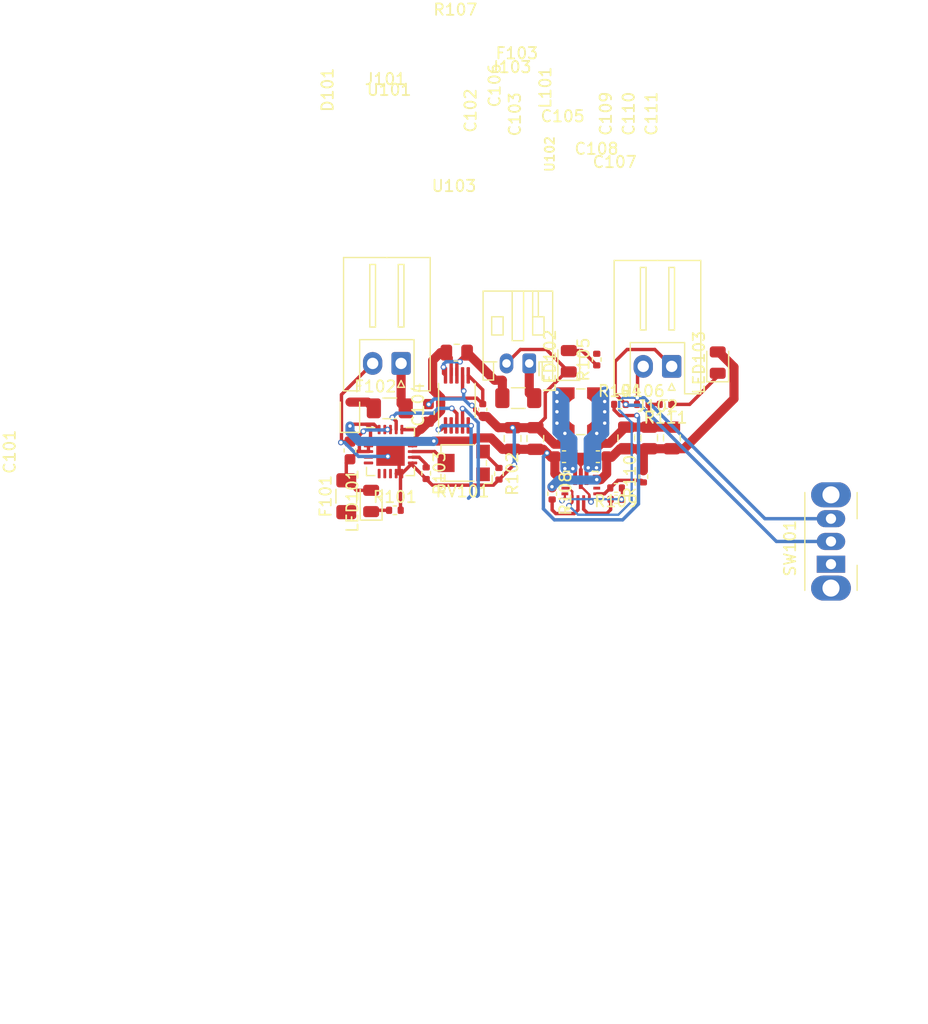
<source format=kicad_pcb>
(kicad_pcb (version 20240108) (generator "pcbnew") (generator_version "8.0")
  (layers (0 "F.Cu" signal) (31 "B.Cu" signal) (34 "B.Paste" user) (35 "F.Paste" user) (36 "B.SilkS" user "B.Silkscreen") (37 "F.SilkS" user "F.Silkscreen") (38 "B.Mask" user) (39 "F.Mask" user) (44 "Edge.Cuts" user))
  (net 0 "")
  (net 1 "GND")
  (net 2 "Net-(LED101-A)")
  (net 3 "Net-(D101-K)")
  (net 4 "Net-(U101-V_{BAT_SENSE})")
  (net 5 "Net-(U102-VAUX)")
  (net 6 "Net-(D101-A)")
  (net 7 "Net-(J101-Pin_1)")
  (net 8 "Net-(U103-Vbus)")
  (net 9 "Net-(J103-Pin_1)")
  (net 10 "Net-(J102-Pin_1)")
  (net 11 "VDD")
  (net 12 "Net-(J102-Pin_2)")
  (net 13 "/PG")
  (net 14 "Net-(U102-L1)")
  (net 15 "/CHARGE_IND")
  (net 16 "Net-(U102-L2)")
  (net 17 "Net-(LED101-K)")
  (net 18 "Net-(LED102-A)")
  (net 19 "Net-(LED103-K)")
  (net 20 "/STAT2")
  (net 21 "/STAT1")
  (net 22 "Net-(R102-Pad1)")
  (net 23 "/I2C_SCL")
  (net 24 "/I2C_SDA")
  (net 25 "Net-(U101-PROG3)")
  (net 26 "Net-(U102-PG)")
  (net 27 "/VUSB")
  (net 28 "Net-(U102-FB)")
  (net 30 "Net-(U101-PROG1)")
  (net 34 "Net-(U101-CE)")
  (footprint "Resistor_SMD:R_0402_1005Metric" (layer "F.Cu") (at 156 71.51 90)
    (property "Reference" "R105")
    (property "Value" "1k")
  )
  (footprint "Capacitor_SMD:C_0805_2012Metric" (layer "F.Cu") (at 162.61 78.4 90)
    (property "Reference" "C111")
    (property "Value" "10uF")
  )
  (footprint "Fuse:Fuse_1206_3216Metric" (layer "F.Cu") (at 149.1 74.9)
    (property "Reference" "F103")
    (property "Value" "Polyfuse")
  )
  (footprint "Capacitor_SMD:C_0603_1608Metric" (layer "F.Cu") (at 156.1 80.05 180)
    (property "Reference" "C108")
    (property "Value" "10uF")
  )
  (footprint "LED_SMD:LED_0805_2012Metric" (layer "F.Cu") (at 136.16 83.94 90)
    (property "Reference" "LED101")
    (property "Value" "USB Power")
  )
  (footprint "Capacitor_SMD:C_0805_2012Metric" (layer "F.Cu") (at 160.61 78.4 90)
    (property "Reference" "C110")
    (property "Value" "10uF")
  )
  (footprint "Capacitor_SMD:C_0603_1608Metric" (layer "F.Cu") (at 153.125 80.05)
    (property "Reference" "C105")
    (property "Value" "10uF")
  )
  (footprint "Resistor_SMD:R_0402_1005Metric" (layer "F.Cu") (at 138.25 84.76)
    (property "Reference" "R101")
    (property "Value" "1k")
  )
  (footprint "Resistor_SMD:R_0402_1005Metric" (layer "F.Cu") (at 147.4 81.55 -90)
    (property "Reference" "R102")
    (property "Value" "1k")
  )
  (footprint "Resistor_SMD:R_0402_1005Metric" (layer "F.Cu") (at 141 81.5 -90)
    (property "Reference" "R103")
    (property "Value" "100k")
  )
  (footprint "Diode_SMD:D_SOD-323" (layer "F.Cu") (at 134.3 76.3 90)
    (property "Reference" "D101")
    (property "Value" "D_Schottky")
  )
  (footprint "Connector_JST:JST_XH_S2B-XH-A_1x02_P2.50mm_Horizontal" (layer "F.Cu") (at 162.59 72.11 180)
    (property "Reference" "J102")
    (property "Value" "Ext Switch")
  )
  (footprint "Inductor_SMD:L_Wuerth_WE-TPC-3816" (layer "F.Cu") (at 154.6 76.1 90)
    (property "Reference" "L101")
    (property "Value" "L")
  )
  (footprint "Resistor_SMD:R_0402_1005Metric" (layer "F.Cu") (at 160.05 75.45)
    (property "Reference" "R106")
    (property "Value" "100k")
  )
  (footprint "Resistor_SMD:R_0402_1005Metric" (layer "F.Cu") (at 160.1 81.8 90)
    (property "Reference" "R110")
    (property "Value" "47k")
  )
  (footprint "Capacitor_SMD:C_0402_1005Metric" (layer "F.Cu") (at 145.975 75.905 -90)
    (property "Reference" "C106")
    (property "Value" "100nF")
  )
  (footprint "Capacitor_SMD:C_0805_2012Metric" (layer "F.Cu") (at 148.6 78.45 90)
    (property "Reference" "C102")
    (property "Value" "10uF")
  )
  (footprint "LED_SMD:LED_0805_2012Metric" (layer "F.Cu") (at 153.54 71.6575 90)
    (property "Reference" "LED102")
    (property "Value" "CHARGE")
  )
  (footprint "Capacitor_SMD:C_0805_2012Metric" (layer "F.Cu") (at 158.6 78.4 90)
    (property "Reference" "C109")
    (property "Value" "10uF")
  )
  (footprint "Resistor_SMD:R_0402_1005Metric" (layer "F.Cu") (at 162.05 75.45 180)
    (property "Reference" "R111")
    (property "Value" "1k")
  )
  (footprint "Package_DFN_QFN:QFN-20-1EP_4x4mm_P0.5mm_EP2.5x2.5mm" (layer "F.Cu") (at 137.8625 79.6)
    (property "Reference" "U101")
    (property "Value" "MCP73871-1CC")
  )
  (footprint "Capacitor_SMD:C_0805_2012Metric" (layer "F.Cu") (at 150.6 78.45 90)
    (property "Reference" "C103")
    (property "Value" "10uF")
  )
  (footprint "LED_SMD:LED_0805_2012Metric" (layer "F.Cu") (at 166.64 71.7775 90)
    (property "Reference" "LED103")
    (property "Value" "VDD")
  )
  (footprint "Connector_JST:JST_XH_S2B-XH-A_1x02_P2.50mm_Horizontal" (layer "F.Cu") (at 138.795 71.85 180)
    (property "Reference" "J101")
    (property "Value" "Battery")
  )
  (footprint "WOBCLibrary:VREG_TPS63070RNMR" (layer "F.Cu") (at 154.6 82.5875 90)
    (property "Reference" "U102")
    (property "Value" "TPS63070RNMR")
  )
  (footprint "Package_SO:VSSOP-10_3x3mm_P0.5mm" (layer "F.Cu") (at 143.7 75.1 90)
    (property "Reference" "U103")
    (property "Value" "INA226")
  )
  (footprint "Connector_JST:JST_PH_S2B-PH-K_1x02_P2.00mm_Horizontal" (layer "F.Cu") (at 150.065 71.85 180)
    (property "Reference" "J103")
    (property "Value" "LiPo")
  )
  (footprint "Fuse:Fuse_1206_3216Metric" (layer "F.Cu") (at 137.8 75.8 180)
    (property "Reference" "F102")
    (property "Value" "Polyfuse")
  )
  (footprint "Capacitor_SMD:C_0603_1608Metric" (layer "F.Cu") (at 134.3 79.5 90)
    (property "Reference" "C101")
    (property "Value" "10uF")
  )
  (footprint "Resistor_SMD:R_0805_2012Metric" (layer "F.Cu") (at 143.6875 70.9)
    (property "Reference" "R107")
    (property "Value" "50mΩ")
  )
  (footprint "Capacitor_SMD:C_0603_1608Metric" (layer "F.Cu") (at 141.2 76.2 90)
    (property "Reference" "C104")
    (property "Value" "10uF")
  )
  (footprint "Resistor_SMD:R_0402_1005Metric" (layer "F.Cu") (at 158.04 75.45)
    (property "Reference" "R104")
    (property "Value" "10k")
  )
  (footprint "Resistor_SMD:R_0402_1005Metric" (layer "F.Cu") (at 157.7 82.8 180)
    (property "Reference" "R109")
    (property "Value" "15k")
  )
  (footprint "Button_Switch_THT:SW_Slide_SPDT_Angled_CK_OS102011MA1Q" (layer "F.Cu") (at 176.6 89.5 90)
    (property "Reference" "SW101")
    (property "Value" "Power Switch")
  )
  (footprint "Potentiometer_SMD:Potentiometer_Bourns_TC33X_Vertical" (layer "F.Cu") (at 144.2 80.6 180)
    (property "Reference" "RV101")
    (property "Value" "10k")
  )
  (footprint "Fuse:Fuse_1206_3216Metric" (layer "F.Cu") (at 133.975 83.525 90)
    (property "Reference" "F101")
    (property "Value" "Polyfuse")
  )
  (footprint "Resistor_SMD:R_0402_1005Metric" (layer "F.Cu") (at 152.08 83.3 -90)
    (property "Reference" "R108")
    (property "Value" "100k")
  )
  (footprint "Capacitor_SMD:C_0402_1005Metric" (layer "F.Cu") (at 157.7 83.8)
    (property "Reference" "C107")
    (property "Value" "100nF")
  )
  (segment (start 154.6 80.7) (end 155.2 80.1) (width 0.4) (layer "F.Cu") (net 1))
  (segment (start 136.295 71.85) (end 133.55 74.595) (width 0.3) (layer "F.Cu") (net 1))
  (segment (start 157.1 78.875) (end 156.4 78.875) (width 0.8) (layer "F.Cu") (net 1))
  (segment (start 153.302954 72.595) (end 151.475 74.422954) (width 0.3) (layer "F.Cu") (net 1))
  (segment (start 155.35 83.875) (end 155.5 84.025) (width 0.2) (layer "F.Cu") (net 1))
  (segment (start 144.2 72.9) (end 144.2 74.175) (width 0.3) (layer "F.Cu") (net 1))
  (segment (start 151.475 74.422954) (end 151.475 76.625) (width 0.3) (layer "F.Cu") (net 1))
  (segment (start 158.525 77.45) (end 157.1 78.875) (width 0.8) (layer "F.Cu") (net 1))
  (segment (start 148.6 77.5) (end 147.35 77.5) (width 0.8) (layer "F.Cu") (net 1))
  (segment (start 141.54 82.55) (end 146.91 82.55) (width 0.3) (layer "F.Cu") (net 1))
  (segment (start 154.6 82.639632) (end 155.35 83.389632) (width 0.2) (layer "F.Cu") (net 1))
  (segment (start 138.625 81.5375) (end 138.74 81.6525) (width 0.3) (layer "F.Cu") (net 1))
  (segment (start 148.065 71.85) (end 149.29 70.625) (width 0.3) (layer "F.Cu") (net 1))
  (segment (start 160.61 75.5) (end 160.56 75.45) (width 0.3) (layer "F.Cu") (net 1))
  (segment (start 154 80.1) (end 154.6 80.7) (width 0.4) (layer "F.Cu") (net 1))
  (segment (start 133.55 78.75) (end 133.5 78.8) (width 0.3) (layer "F.Cu") (net 1))
  (segment (start 158.6 77.45) (end 162.61 77.45) (width 0.8) (layer "F.Cu") (net 1))
  (segment (start 144.2 74.175) (end 144.3 74.275) (width 0.3) (layer "F.Cu") (net 1))
  (segment (start 139.7 80.71) (end 141 82.01) (width 0.3) (layer "F.Cu") (net 1))
  (segment (start 150.825 77.5) (end 152.275 78.95) (width 0.8) (layer "F.Cu") (net 1))
  (segment (start 138.3625 81.5375) (end 138.625 81.5375) (width 0.3) (layer "F.Cu") (net 1))
  (segment (start 155.175 80.1) (end 153.9 80.1) (width 0.8) (layer "F.Cu") (net 1))
  (segment (start 146.375 76.525) (end 146 76.525) (width 0.8) (layer "F.Cu") (net 1))
  (segment (start 153.2 83.643328) (end 152.940059 83.903269) (width 0.2) (layer "F.Cu") (net 1))
  (segment (start 149.29 70.625) (end 151.57 70.625) (width 0.3) (layer "F.Cu") (net 1))
  (segment (start 153.325 78.95) (end 153.9 79.525) (width 0.8) (layer "F.Cu") (net 1))
  (segment (start 158.6 77.45) (end 158.525 77.45) (width 0.8) (layer "F.Cu") (net 1))
  (segment (start 152.275 78.95) (end 153.325 78.95) (width 0.8) (layer "F.Cu") (net 1))
  (segment (start 138.74 84.74) (end 138.76 84.76) (width 0.3) (layer "F.Cu") (net 1))
  (segment (start 156.4 78.875) (end 155.175 80.1) (width 0.8) (layer "F.Cu") (net 1))
  (segment (start 138.74 81.6525) (end 138.74 84.74) (width 0.3) (layer "F.Cu") (net 1))
  (segment (start 138.625 80.3625) (end 138.625 81.5375) (width 0.3) (layer "F.Cu") (net 1))
  (segment (start 133.55 74.595) (end 133.55 78.75) (width 0.3) (layer "F.Cu") (net 1))
  (segment (start 138.8625 81.5375) (end 139.7 80.7) (width 0.3) (layer "F.Cu") (net 1))
  (segment (start 138.625 81.5375) (end 138.8625 81.5375) (width 0.3) (layer "F.Cu") (net 1))
  (segment (start 137.8625 79.6) (end 138.625 80.3625) (width 0.3) (layer "F.Cu") (net 1))
  (segment (start 151.57 70.625) (end 153.54 72.595) (width 0.3) (layer "F.Cu") (net 1))
  (segment (start 148.6 77.5) (end 150.6 77.5) (width 0.8) (layer "F.Cu") (net 1))
  (segment (start 145.280001 76) (end 145.665001 76.385) (width 0.3) (layer "F.Cu") (net 1))
  (segment (start 160.61 77.45) (end 160.61 75.5) (width 0.3) (layer "F.Cu") (net 1))
  (segment (start 158.21 82.8) (end 158.21 83.77) (width 0.2) (layer "F.Cu") (net 1))
  (segment (start 147.35 77.5) (end 146.375 76.525) (width 0.8) (layer "F.Cu") (net 1))
  (segment (start 158.21 83.77) (end 158.18 83.8) (width 0.2) (layer "F.Cu") (net 1))
  (segment (start 150.6 77.5) (end 150.825 77.5) (width 0.8) (layer "F.Cu") (net 1))
  (segment (start 145.280001 75.805001) (end 145.280001 76) (width 0.3) (layer "F.Cu") (net 1))
  (segment (start 153.9 79.525) (end 153.9 80.1) (width 0.8) (layer "F.Cu") (net 1))
  (segment (start 147.415 82.06) (end 148.75 80.725) (width 0.3) (layer "F.Cu") (net 1))
  (segment (start 146.91 82.55) (end 147.4 82.06) (width 0.3) (layer "F.Cu") (net 1))
  (segment (start 141 82.01) (end 141.54 82.55) (width 0.3) (layer "F.Cu") (net 1))
  (segment (start 155.35 83.7375) (end 155.35 83.875) (width 0.2) (layer "F.Cu") (net 1))
  (segment (start 139.7 80.7) (end 139.7 80.71) (width 0.3) (layer "F.Cu") (net 1))
  (segment (start 153.2 83.3125) (end 153.2 83.643328) (width 0.2) (layer "F.Cu") (net 1))
  (segment (start 133.575 78.725) (end 133.5 78.8) (width 0.3) (layer "F.Cu") (net 1))
  (segment (start 145.665001 76.385) (end 145.975 76.385) (width 0.3) (layer "F.Cu") (net 1))
  (segment (start 141.2 75.425) (end 141.225 75.45) (width 0.3) (layer "F.Cu") (net 1))
  (segment (start 139.7 80.7) (end 139.8 80.6) (width 0.3) (layer "F.Cu") (net 1))
  (segment (start 151.475 76.625) (end 150.6 77.5) (width 0.3) (layer "F.Cu") (net 1))
  (segment (start 145.025 75.55) (end 145.280001 75.805001) (width 0.3) (layer "F.Cu") (net 1))
  (segment (start 147.4 82.06) (end 147.415 82.06) (width 0.3) (layer "F.Cu") (net 1))
  (segment (start 134.3 78.725) (end 133.575 78.725) (width 0.3) (layer "F.Cu") (net 1))
  (segment (start 137.8625 79.7875) (end 137.625 80.025) (width 0.3) (layer "F.Cu") (net 1))
  (segment (start 155.35 83.389632) (end 155.35 83.7375) (width 0.2) (layer "F.Cu") (net 1))
  (segment (start 154.6 80.7) (end 154.6 81.9875) (width 0.2) (layer "F.Cu") (net 1))
  (segment (start 153.9 80.1) (end 154 80.1) (width 0.4) (layer "F.Cu") (net 1))
  (segment (start 160.56 75.45) (end 161.54 75.45) (width 0.3) (layer "F.Cu") (net 1))
  (segment (start 153.54 72.595) (end 153.302954 72.595) (width 0.3) (layer "F.Cu") (net 1))
  (segment (start 137.8625 79.6) (end 137.8625 79.7875) (width 0.3) (layer "F.Cu") (net 1))
  (segment (start 154.6 81.9875) (end 154.6 82.639632) (width 0.2) (layer "F.Cu") (net 1))
  (via (at 158.18 83.8) (size 0.5) (drill 0.3) (layers "F.Cu" "B.Cu") (net 1))
  (via (at 148.6 77.5) (size 0.5) (drill 0.3) (layers "F.Cu" "B.Cu") (net 1))
  (via (at 137.625 80.025) (size 0.5) (drill 0.3) (layers "F.Cu" "B.Cu") (net 1))
  (via (at 152.940059 83.903269) (size 0.5) (drill 0.3) (layers "F.Cu" "B.Cu") (net 1))
  (via (at 155.5 84.025) (size 0.5) (drill 0.3) (layers "F.Cu" "B.Cu") (net 1))
  (via (at 144.3 74.275) (size 0.5) (drill 0.3) (layers "F.Cu" "B.Cu") (net 1))
  (via (at 148.75 80.725) (size 0.5) (drill 0.3) (layers "F.Cu" "B.Cu") (net 1))
  (via (at 133.5 78.8) (size 0.5) (drill 0.3) (layers "F.Cu" "B.Cu") (net 1))
  (via (at 141.225 75.45) (size 0.5) (drill 0.3) (layers "F.Cu" "B.Cu") (net 1))
  (via (at 145.025 75.55) (size 0.5) (drill 0.3) (layers "F.Cu" "B.Cu") (net 1))
  (segment (start 148.75 77.65) (end 148.6 77.5) (width 0.3) (layer "B.Cu") (net 1))
  (segment (start 145.025 75.55) (end 144.875 75.55) (width 0.3) (layer "B.Cu") (net 1))
  (segment (start 134.45 79.425) (end 133.825 78.8) (width 0.3) (layer "B.Cu") (net 1))
  (segment (start 155.575 83.95) (end 155.5 84.025) (width 0.2) (layer "B.Cu") (net 1))
  (segment (start 152.940059 83.903269) (end 153.060828 83.7825) (width 0.2) (layer "B.Cu") (net 1))
  (segment (start 144.3 74.275) (end 144.3 74.975) (width 0.3) (layer "B.Cu") (net 1))
  (segment (start 155.575 83.7825) (end 155.575 83.95) (width 0.2) (layer "B.Cu") (net 1))
  (segment (start 155.575 83.7825) (end 158.1625 83.7825) (width 0.2) (layer "B.Cu") (net 1))
  (segment (start 148.75 80.725) (end 148.75 77.65) (width 0.3) (layer "B.Cu") (net 1))
  (segment (start 137.625 80.025) (end 135.05 80.025) (width 0.3) (layer "B.Cu") (net 1))
  (segment (start 135.05 80.025) (end 134.45 79.425) (width 0.3) (layer "B.Cu") (net 1))
  (segment (start 144.875 75.55) (end 144.3 74.975) (width 0.3) (layer "B.Cu") (net 1))
  (segment (start 153.060828 83.7825) (end 155.575 83.7825) (width 0.2) (layer "B.Cu") (net 1))
  (segment (start 144.3 74.975) (end 141.7 74.975) (width 0.3) (layer "B.Cu") (net 1))
  (segment (start 141.7 74.975) (end 141.225 75.45) (width 0.3) (layer "B.Cu") (net 1))
  (segment (start 158.1625 83.7825) (end 158.18 83.8) (width 0.2) (layer "B.Cu") (net 1))
  (segment (start 133.825 78.8) (end 133.5 78.8) (width 0.3) (layer "B.Cu") (net 1))
  (segment (start 134.3 80.275) (end 134.975 79.6) (width 0.3) (layer "F.Cu") (net 2))
  (segment (start 133.975 82.125) (end 133.975 80.6) (width 0.3) (layer "F.Cu") (net 2))
  (segment (start 136.16 83.0025) (end 134.8525 83.0025) (width 0.3) (layer "F.Cu") (net 2))
  (segment (start 135.925 79.6) (end 135.925 79.1) (width 0.3) (layer "F.Cu") (net 2))
  (segment (start 135.125 78.175) (end 135.475 77.825) (width 0.3) (layer "F.Cu") (net 2))
  (segment (start 135.125 79.45) (end 135.125 78.175) (width 0.3) (layer "F.Cu") (net 2))
  (segment (start 134.975 79.6) (end 135.125 79.45) (width 0.3) (layer "F.Cu") (net 2))
  (segment (start 137.8625 77.6625) (end 137.6 77.6625) (width 0.3) (layer "F.Cu") (net 2))
  (segment (start 134.8525 83.0025) (end 133.975 82.125) (width 0.3) (layer "F.Cu") (net 2))
  (segment (start 137.6 77.6625) (end 137.3625 77.6625) (width 0.3) (layer "F.Cu") (net 2))
  (segment (start 133.975 80.6) (end 134.3 80.275) (width 0.3) (layer "F.Cu") (net 2))
  (segment (start 134.975 79.6) (end 135.925 79.6) (width 0.3) (layer "F.Cu") (net 2))
  (via (at 137.6 77.6625) (size 0.5) (drill 0.3) (layers "F.Cu" "B.Cu") (net 2))
  (via (at 135.475 77.825) (size 0.5) (drill 0.3) (layers "F.Cu" "B.Cu") (net 2))
  (segment (start 137.5625 77.7) (end 137.6 77.6625) (width 0.3) (layer "B.Cu") (net 2))
  (segment (start 135.6 77.7) (end 137.5625 77.7) (width 0.3) (layer "B.Cu") (net 2))
  (segment (start 135.475 77.825) (end 135.6 77.7) (width 0.3) (layer "B.Cu") (net 2))
  (segment (start 135.735955 77.195) (end 136.105 77.564045) (width 0.3) (layer "F.Cu") (net 3))
  (segment (start 136.105 77.564045) (end 136.105 78.42) (width 0.3) (layer "F.Cu") (net 3))
  (segment (start 152.32 80.13) (end 152.32 81.5325) (width 0.8) (layer "F.Cu") (net 3))
  (segment (start 152 80.1) (end 152.35 80.1) (width 0.8) (layer "F.Cu") (net 3))
  (segment (start 145.01599 78.675) (end 141.675 78.675) (width 0.8) (layer "F.Cu") (net 3))
  (segment (start 147.70901 79.4) (end 146.70901 78.4) (width 0.8) (layer "F.Cu") (net 3))
  (segment (start 136.395 77.195) (end 135.735955 77.195) (width 0.3) (layer "F.Cu") (net 3))
  (segment (start 146.70901 78.4) (end 145.29099 78.4) (width 0.8) (layer "F.Cu") (net 3))
  (segment (start 145.29099 78.4) (end 145.01599 78.675) (width 0.8) (layer "F.Cu") (net 3))
  (segment (start 157.53 75.94) (end 157.53 75.45) (width 0.3) (layer "F.Cu") (net 3))
  (segment (start 152.35 80.1) (end 152.32 80.13) (width 0.8) (layer "F.Cu") (net 3))
  (segment (start 136.395 77.195) (end 136.8625 77.6625) (width 0.3) (layer "F.Cu") (net 3))
  (segment (start 158.02 76.43) (end 157.53 75.94) (width 0.3) (layer "F.Cu") (net 3))
  (segment (start 159.53 76.43) (end 158.02 76.43) (width 0.3) (layer "F.Cu") (net 3))
  (segment (start 150.6 79.4) (end 151.3 79.4) (width 0.8) (layer "F.Cu") (net 3))
  (segment (start 152.35 80.191726) (end 152.35 80.1) (width 0.8) (layer "F.Cu") (net 3))
  (segment (start 134.455 77.195) (end 136.395 77.195) (width 0.3) (layer "F.Cu") (net 3))
  (segment (start 134.3 77.35) (end 134.455 77.195) (width 0.3) (layer "F.Cu") (net 3))
  (segment (start 152.85 82.0625) (end 153.2 82.0625) (width 0.8) (layer "F.Cu") (net 3))
  (segment (start 148.6 79.4) (end 147.70901 79.4) (width 0.8) (layer "F.Cu") (net 3))
  (segment (start 151.625 79.725) (end 152 80.1) (width 0.8) (layer "F.Cu") (net 3))
  (segment (start 151.3 79.4) (end 151.625 79.725) (width 0.8) (layer "F.Cu") (net 3))
  (segment (start 150.6 79.4) (end 148.6 79.4) (width 0.8) (layer "F.Cu") (net 3))
  (segment (start 136.105 78.42) (end 135.925 78.6) (width 0.3) (layer "F.Cu") (net 3))
  (segment (start 152.32 81.5325) (end 152.85 82.0625) (width 0.8) (layer "F.Cu") (net 3))
  (via (at 134.3 77.35) (size 0.5) (drill 0.3) (layers "F.Cu" "B.Cu") (net 3))
  (via (at 141.675 78.675) (size 0.5) (drill 0.3) (layers "F.Cu" "B.Cu") (net 3))
  (via (at 151.625 79.725) (size 0.5) (drill 0.3) (layers "F.Cu" "B.Cu") (net 3))
  (via (at 159.53 76.43) (size 0.5) (drill 0.3) (layers "F.Cu" "B.Cu") (net 3))
  (segment (start 159.675 76.575) (end 159.675 84.2) (width 0.3) (layer "B.Cu") (net 3))
  (segment (start 151.311643 80.038357) (end 151.625 79.725) (width 0.3) (layer "B.Cu") (net 3))
  (segment (start 152.275 85.6) (end 151.311643 84.636643) (width 0.3) (layer "B.Cu") (net 3))
  (segment (start 151.311643 84.636643) (end 151.311643 80.038357) (width 0.3) (layer "B.Cu") (net 3))
  (segment (start 159.53 76.43) (end 159.675 76.575) (width 0.3) (layer "B.Cu") (net 3))
  (segment (start 134.3 77.35) (end 134.3 77.894508) (width 0.8) (layer "B.Cu") (net 3))
  (segment (start 158.275 85.6) (end 152.275 85.6) (width 0.3) (layer "B.Cu") (net 3))
  (segment (start 141.645 78.705) (end 141.675 78.675) (width 0.8) (layer "B.Cu") (net 3))
  (segment (start 159.675 84.2) (end 158.275 85.6) (width 0.3) (layer "B.Cu") (net 3))
  (segment (start 134.3 77.894508) (end 135.110492 78.705) (width 0.8) (layer "B.Cu") (net 3))
  (segment (start 135.110492 78.705) (end 141.645 78.705) (width 0.8) (layer "B.Cu") (net 3))
  (segment (start 140.5125 77.8875) (end 140.3375 78.0625) (width 0.3) (layer "F.Cu") (net 4))
  (segment (start 139.8 78.6) (end 139.8 79.1) (width 0.3) (layer "F.Cu") (net 4))
  (segment (start 138.8625 77.6625) (end 139.9375 77.6625) (width 0.3) (layer "F.Cu") (net 4))
  (segment (start 145.975 74.175) (end 145.975 75.425) (width 0.3) (layer "F.Cu") (net 4))
  (segment (start 140.1375 78.2625) (end 139.875 78.525) (width 0.3) (layer "F.Cu") (net 4))
  (segment (start 142.2625 70.9) (end 141.575 71.5875) (width 0.8) (layer "F.Cu") (net 4))
  (segment (start 141.29796 76.975) (end 141.2 76.975) (width 0.8) (layer "F.Cu") (net 4))
  (segment (start 144.7 72.9) (end 145.975 74.175) (width 0.3) (layer "F.Cu") (net 4))
  (segment (start 140.5125 77.6625) (end 140.5125 77.8875) (width 0.3) (layer "F.Cu") (net 4))
  (segment (start 141.2 76.975) (end 140.5125 77.6625) (width 0.8) (layer "F.Cu") (net 4))
  (segment (start 143.2 72.9) (end 143.2 71.325) (width 0.3) (layer "F.Cu") (net 4))
  (segment (start 139.9375 77.6625) (end 140.1375 77.8625) (width 0.3) (layer "F.Cu") (net 4))
  (segment (start 140.5125 77.6625) (end 138.8625 77.6625) (width 0.3) (layer "F.Cu") (net 4))
  (segment (start 141.575 74.15204) (end 142.275 74.85204) (width 0.8) (layer "F.Cu") (net 4))
  (segment (start 142.775 70.9) (end 142.2625 70.9) (width 0.8) (layer "F.Cu") (net 4))
  (segment (start 142.275 75.99796) (end 141.29796 76.975) (width 0.8) (layer "F.Cu") (net 4))
  (segment (start 142.695 74.905) (end 142.275 75.325) (width 0.3) (layer "F.Cu") (net 4))
  (segment (start 140.3375 78.0625) (end 139.875 78.525) (width 0.3) (layer "F.Cu") (net 4))
  (segment (start 139.875 78.525) (end 139.8 78.6) (width 0.3) (layer "F.Cu") (net 4))
  (segment (start 142.275 75.325) (end 142.275 75.99796) (width 0.8) (layer "F.Cu") (net 4))
  (segment (start 141.575 71.5875) (end 141.575 74.15204) (width 0.8) (layer "F.Cu") (net 4))
  (segment (start 145.455 74.905) (end 142.695 74.905) (width 0.3) (layer "F.Cu") (net 4))
  (segment (start 140.1375 77.8625) (end 140.3375 78.0625) (width 0.3) (layer "F.Cu") (net 4))
  (segment (start 145.975 75.425) (end 145.455 74.905) (width 0.3) (layer "F.Cu") (net 4))
  (segment (start 140.1375 77.8625) (end 140.1375 78.2625) (width 0.3) (layer "F.Cu") (net 4))
  (segment (start 142.275 74.85204) (end 142.275 75.325) (width 0.8) (layer "F.Cu") (net 4))
  (segment (start 155.2 85.025) (end 154.85 84.675) (width 0.3) (layer "F.Cu") (net 5))
  (segment (start 157.22 84.705) (end 156.9 85.025) (width 0.3) (layer "F.Cu") (net 5))
  (segment (start 157.22 83.8) (end 157.22 84.705) (width 0.3) (layer "F.Cu") (net 5))
  (segment (start 154.85 84.675) (end 154.85 83.7375) (width 0.3) (layer "F.Cu") (net 5))
  (segment (start 156.9 85.025) (end 155.2 85.025) (width 0.3) (layer "F.Cu") (net 5))
  (segment (start 134.3 75.25) (end 135.85 75.25) (width 0.8) (layer "F.Cu") (net 6))
  (segment (start 135.85 75.25) (end 136.4 75.8) (width 0.8) (layer "F.Cu") (net 6))
  (segment (start 138.795 75.395) (end 139.2 75.8) (width 0.8) (layer "F.Cu") (net 7))
  (segment (start 138.795 71.85) (end 138.795 75.395) (width 0.8) (layer "F.Cu") (net 7))
  (segment (start 143.8 71.7) (end 143.975 71.7) (width 0.3) (layer "F.Cu") (net 8))
  (segment (start 147.7 73.325) (end 147.025 73.325) (width 0.8) (layer "F.Cu") (net 8))
  (segment (start 147.7 74.9) (end 147.7 73.325) (width 0.8) (layer "F.Cu") (net 8))
  (segment (start 143.7 72.9) (end 143.7 71.8) (width 0.3) (layer "F.Cu") (net 8))
  (segment (start 142.525 72.725) (end 142.7 72.9) (width 0.3) (layer "F.Cu") (net 8))
  (segment (start 143.7 71.8) (end 143.8 71.7) (width 0.3) (layer "F.Cu") (net 8))
  (segment (start 143.7 71.8) (end 144.6 70.9) (width 0.3) (layer "F.Cu") (net 8))
  (segment (start 147.025 73.325) (end 144.6 70.9) (width 0.8) (layer "F.Cu") (net 8))
  (segment (start 142.525 72.175) (end 142.525 72.725) (width 0.3) (layer "F.Cu") (net 8))
  (via (at 142.525 72.175) (size 0.5) (drill 0.3) (layers "F.Cu" "B.Cu") (net 8))
  (via (at 143.975 71.7) (size 0.5) (drill 0.3) (layers "F.Cu" "B.Cu") (net 8))
  (segment (start 142.525 71.925) (end 142.75 71.7) (width 0.3) (layer "B.Cu") (net 8))
  (segment (start 142.75 71.7) (end 143.975 71.7) (width 0.3) (layer "B.Cu") (net 8))
  (segment (start 142.525 72.175) (end 142.525 71.925) (width 0.3) (layer "B.Cu") (net 8))
  (segment (start 150.065 74.465) (end 150.5 74.9) (width 0.8) (layer "F.Cu") (net 9))
  (segment (start 150.065 71.85) (end 150.065 74.465) (width 0.8) (layer "F.Cu") (net 9))
  (segment (start 158.671497 70.625) (end 161.105 70.625) (width 0.3) (layer "F.Cu") (net 10))
  (segment (start 157.86 74.78) (end 157.625 74.545) (width 0.3) (layer "F.Cu") (net 10))
  (segment (start 158.55 75.45) (end 157.88 74.78) (width 0.3) (layer "F.Cu") (net 10))
  (segment (start 157.625 74.545) (end 157.625 71.671497) (width 0.3) (layer "F.Cu") (net 10))
  (segment (start 161.105 70.625) (end 162.59 72.11) (width 0.3) (layer "F.Cu") (net 10))
  (segment (start 157.88 74.78) (end 157.86 74.78) (width 0.3) (layer "F.Cu") (net 10))
  (segment (start 157.625 71.671497) (end 158.671497 70.625) (width 0.3) (layer "F.Cu") (net 10))
  (via (at 158.55 75.45) (size 0.5) (drill 0.3) (layers "F.Cu" "B.Cu") (net 10))
  (segment (start 159.83 75.53) (end 158.63 75.53) (width 0.3) (layer "B.Cu") (net 10))
  (segment (start 171.8 87.5) (end 159.83 75.53) (width 0.3) (layer "B.Cu") (net 10))
  (segment (start 158.63 75.53) (end 158.55 75.45) (width 0.3) (layer "B.Cu") (net 10))
  (segment (start 176.6 87.5) (end 171.8 87.5) (width 0.3) (layer "B.Cu") (net 10))
  (segment (start 159.55 79.35) (end 160.61 79.35) (width 0.8) (layer "F.Cu") (net 11))
  (segment (start 156.875 80.1) (end 156.875 81.5375) (width 0.8) (layer "F.Cu") (net 11))
  (segment (start 156.35 82.0625) (end 156 82.0625) (width 0.8) (layer "F.Cu") (net 11))
  (segment (start 160.1 79.9) (end 160.1 81.29) (width 0.8) (layer "F.Cu") (net 11))
  (segment (start 152.08 82.79) (end 152.08 82.706714) (width 0.8) (layer "F.Cu") (net 11))
  (segment (start 158.05 79.35) (end 157.3 80.1) (width 0.8) (layer "F.Cu") (net 11))
  (segment (start 160.61 79.35) (end 162.61 79.35) (width 0.8) (layer "F.Cu") (net 11))
  (segment (start 166.76 70.86) (end 168.07 72.17) (width 0.8) (layer "F.Cu") (net 11))
  (segment (start 163.675 79.35) (end 162.61 79.35) (width 0.8) (layer "F.Cu") (net 11))
  (segment (start 158.6 79.35) (end 159.55 79.35) (width 0.8) (layer "F.Cu") (net 11))
  (segment (start 158.6 79.35) (end 158.05 79.35) (width 0.8) (layer "F.Cu") (net 11))
  (segment (start 168.07 74.955) (end 163.675 79.35) (width 0.8) (layer "F.Cu") (net 11))
  (segment (start 157.3 80.1) (end 156.875 80.1) (width 0.8) (layer "F.Cu") (net 11))
  (segment (start 168.07 72.17) (end 168.07 74.955) (width 0.8) (layer "F.Cu") (net 11))
  (segment (start 159.55 79.35) (end 160.1 79.9) (width 0.8) (layer "F.Cu") (net 11))
  (segment (start 152.08 82.706714) (end 152.061643 82.688357) (width 0.8) (layer "F.Cu") (net 11))
  (segment (start 156.875 81.5375) (end 156.35 82.0625) (width 0.8) (layer "F.Cu") (net 11))
  (via (at 156 82.0625) (size 0.5) (drill 0.3) (layers "F.Cu" "B.Cu") (net 11))
  (via (at 152.061643 82.688357) (size 0.5) (drill 0.3) (layers "F.Cu" "B.Cu") (net 11))
  (segment (start 156 82.0625) (end 155.9625 82.1) (width 0.8) (layer "B.Cu") (net 11))
  (segment (start 155.9625 82.1) (end 152.65 82.1) (width 0.8) (layer "B.Cu") (net 11))
  (segment (start 152.65 82.1) (end 152.061643 82.688357) (width 0.8) (layer "B.Cu") (net 11))
  (segment (start 153.547868 82.8125) (end 153.85 83.114632) (width 0.2) (layer "F.Cu") (net 12))
  (segment (start 159.59 74.85) (end 159.54 74.9) (width 0.3) (layer "F.Cu") (net 12))
  (segment (start 153.85 83.114632) (end 153.85 83.7375) (width 0.2) (layer "F.Cu") (net 12))
  (segment (start 153.2 82.8125) (end 153.547868 82.8125) (width 0.2) (layer "F.Cu") (net 12))
  (segment (start 159.59 74.85) (end 159.57 74.87) (width 0.3) (layer "F.Cu") (net 12))
  (segment (start 153.85 84.075) (end 153.85 83.7375) (width 0.2) (layer "F.Cu") (net 12))
  (segment (start 159.54 74.9) (end 159.54 75.45) (width 0.3) (layer "F.Cu") (net 12))
  (segment (start 160.09 72.11) (end 159.59 72.61) (width 0.3) (layer "F.Cu") (net 12))
  (segment (start 153.5625 84.3625) (end 153.85 84.075) (width 0.2) (layer "F.Cu") (net 12))
  (segment (start 159.59 72.61) (end 159.59 74.85) (width 0.3) (layer "F.Cu") (net 12))
  (via (at 153.5625 84.3625) (size 0.5) (drill 0.3) (layers "F.Cu" "B.Cu") (net 12))
  (via (at 159.57 74.87) (size 0.5) (drill 0.3) (layers "F.Cu" "B.Cu") (net 12))
  (segment (start 159.075 77.055) (end 159.075 83.975) (width 0.2) (layer "B.Cu") (net 12))
  (segment (start 170.79 85.5) (end 176.6 85.5) (width 0.3) (layer "B.Cu") (net 12))
  (segment (start 154.35 85.15) (end 153.5625 84.3625) (width 0.2) (layer "B.Cu") (net 12))
  (segment (start 157.97 75.209756) (end 157.97 75.95) (width 0.2) (layer "B.Cu") (net 12))
  (segment (start 160.16 74.87) (end 170.79 85.5) (width 0.3) (layer "B.Cu") (net 12))
  (segment (start 157.97 75.95) (end 159.075 77.055) (width 0.2) (layer "B.Cu") (net 12))
  (segment (start 159.57 74.87) (end 160.16 74.87) (width 0.3) (layer "B.Cu") (net 12))
  (segment (start 159.57 74.87) (end 158.309756 74.87) (width 0.2) (layer "B.Cu") (net 12))
  (segment (start 159.075 83.975) (end 157.9 85.15) (width 0.2) (layer "B.Cu") (net 12))
  (segment (start 157.9 85.15) (end 154.35 85.15) (width 0.2) (layer "B.Cu") (net 12))
  (segment (start 158.309756 74.87) (end 157.97 75.209756) (width 0.2) (layer "B.Cu") (net 12))
  (segment (start 154.1 81.8125) (end 154.1 81.2) (width 0.2) (layer "F.Cu") (net 14))
  (segment (start 154.1 81.3) (end 153.9 81.1) (width 0.2) (layer "F.Cu") (net 14))
  (segment (start 154.1 81.2) (end 154 81.1) (width 0.2) (layer "F.Cu") (net 14))
  (segment (start 154.1 81.8125) (end 154.1 81.3) (width 0.2) (layer "F.Cu") (net 14))
  (segment (start 153.9 81.1) (end 153.2 81.1) (width 0.4) (layer "F.Cu") (net 14))
  (via (at 152.5 75.2) (size 0.5) (drill 0.3) (layers "F.Cu" "B.Cu") (net 14))
  (via (at 153.2 78) (size 0.5) (drill 0.3) (layers "F.Cu" "B.Cu") (net 14))
  (via (at 152.5 77.1) (size 0.5) (drill 0.3) (layers "F.Cu" "B.Cu") (net 14))
  (via (at 153.9 81.1) (size 0.5) (drill 0.3) (layers "F.Cu" "B.Cu") (net 14))
  (via (at 152.5 76.1) (size 0.5) (drill 0.3) (layers "F.Cu" "B.Cu") (net 14))
  (via (at 153.2 81.1) (size 0.5) (drill 0.3) (layers "F.Cu" "B.Cu") (net 14))
  (via (at 152.5 74.4) (size 0.5) (drill 0.3) (layers "F.Cu" "B.Cu") (net 14))
  (segment (start 153.2 78.6) (end 152.71 78.11) (width 0.8) (layer "B.Cu") (net 14))
  (segment (start 153.2 80.4) (end 153.2 80.3) (width 0.8) (layer "B.Cu") (net 14))
  (segment (start 153.9 81.1) (end 153.9 78.5) (width 0.8) (layer "B.Cu") (net 14))
  (segment (start 153.9 78.5) (end 152.5 77.1) (width 0.8) (layer "B.Cu") (net 14))
  (segment (start 153.2 81.1) (end 153.2 80.3) (width 0.8) (layer "B.Cu") (net 14))
  (segment (start 152.5 74.4) (end 153.2 75.1) (width 0.8) (layer "B.Cu") (net 14))
  (segment (start 152.5 77.9) (end 152.5 77.1) (width 0.8) (layer "B.Cu") (net 14))
  (segment (start 153.2 75.1) (end 153.2 78) (width 0.8) (layer "B.Cu") (net 14))
  (segment (start 152.5 74.4) (end 152.5 77.1) (width 0.8) (layer "B.Cu") (net 14))
  (segment (start 153.2 78) (end 153.2 78.6) (width 0.8) (layer "B.Cu") (net 14))
  (segment (start 153.9 81.1) (end 153.2 80.4) (width 0.8) (layer "B.Cu") (net 14))
  (segment (start 153.2 80.3) (end 153.2 78.6) (width 0.8) (layer "B.Cu") (net 14))
  (segment (start 152.71 78.11) (end 152.5 77.9) (width 0.8) (layer "B.Cu") (net 14))
  (segment (start 155.1 81.1745) (end 155.25 81.0245) (width 0.2) (layer "F.Cu") (net 16))
  (segment (start 155.1 81.8125) (end 155.1 81.1745) (width 0.2) (layer "F.Cu") (net 16))
  (segment (start 155.25 81.0245) (end 155.979503 81.0245) (width 0.4) (layer "F.Cu") (net 16))
  (via (at 156.7 76.1) (size 0.5) (drill 0.3) (layers "F.Cu" "B.Cu") (net 16))
  (via (at 156.7 75.2) (size 0.5) (drill 0.3) (layers "F.Cu" "B.Cu") (net 16))
  (via (at 155.979503 81.0245) (size 0.5) (drill 0.3) (layers "F.Cu" "B.Cu") (net 16))
  (via (at 155.25 81.0245) (size 0.5) (drill 0.3) (layers "F.Cu" "B.Cu") (net 16))
  (via (at 156.7 77.1) (size 0.5) (drill 0.3) (layers "F.Cu" "B.Cu") (net 16))
  (via (at 156 78) (size 0.5) (drill 0.3) (layers "F.Cu" "B.Cu") (net 16))
  (via (at 156.7 74.3) (size 0.5) (drill 0.3) (layers "F.Cu" "B.Cu") (net 16))
  (segment (start 156 78) (end 155.95 78.05) (width 0.8) (layer "B.Cu") (net 16))
  (segment (start 155.95 78.05) (end 155.95 78.75) (width 0.8) (layer "B.Cu") (net 16))
  (segment (start 155.95 78.75) (end 156.5 78.2) (width 0.8) (layer "B.Cu") (net 16))
  (segment (start 155.37 80.88) (end 155.25 81) (width 0.8) (layer "B.Cu") (net 16))
  (segment (start 156.7 77.1) (end 156.7 76.1) (width 0.8) (layer "B.Cu") (net 16))
  (segment (start 156 80.3) (end 156 80.994997) (width 0.8) (layer "B.Cu") (net 16))
  (segment (start 156.7 76.1) (end 156.7 74.3) (width 0.8) (layer "B.Cu") (net 16))
  (segment (start 155.95 75.05) (end 155.95 77.95) (width 0.8) (layer "B.Cu") (net 16))
  (segment (start 156.7 74.3) (end 155.95 75.05) (width 0.8) (layer "B.Cu") (net 16))
  (segment (start 155.25 81.0245) (end 155.25 81) (width 0.8) (layer "B.Cu") (net 16))
  (segment (start 156 80.3) (end 156 78.75) (width 0.8) (layer "B.Cu") (net 16))
  (segment (start 156.7 78) (end 156.7 77.1) (width 0.8) (layer "B.Cu") (net 16))
  (segment (start 155.95 77.95) (end 156 78) (width 0.8) (layer "B.Cu") (net 16))
  (segment (start 155.25 81.0245) (end 155.25 78.55) (width 0.8) (layer "B.Cu") (net 16))
  (segment (start 155.25 78.55) (end 156.7 77.1) (width 0.8) (layer "B.Cu") (net 16))
  (segment (start 155.3 81) (end 156 80.3) (width 0.8) (layer "B.Cu") (net 16))
  (segment (start 156.5 78.2) (end 156.7 78) (width 0.8) (layer "B.Cu") (net 16))
  (segment (start 136.16 84.8775) (end 136.2775 84.76) (width 0.3) (layer "F.Cu") (net 17))
  (segment (start 136.2775 84.76) (end 137.74 84.76) (width 0.3) (layer "F.Cu") (net 17))
  (segment (start 154.7 70.72) (end 156 72.02) (width 0.3) (layer "F.Cu") (net 18))
  (segment (start 153.54 70.72) (end 154.7 70.72) (width 0.3) (layer "F.Cu") (net 18))
  (segment (start 162.56 75.45) (end 164.17 75.45) (width 0.3) (layer "F.Cu") (net 19))
  (segment (start 166.64 72.98) (end 166.64 72.715) (width 0.3) (layer "F.Cu") (net 19))
  (segment (start 164.17 75.45) (end 166.64 72.98) (width 0.3) (layer "F.Cu") (net 19))
  (segment (start 146 79.64) (end 147.4 81.04) (width 0.3) (layer "F.Cu") (net 22))
  (segment (start 146 79.6) (end 146 79.64) (width 0.3) (layer "F.Cu") (net 22))
  (segment (start 144.925 77.3) (end 144.7 77.3) (width 0.3) (layer "F.Cu") (net 23))
  (segment (start 142.075 77.675) (end 142.325 77.675) (width 0.3) (layer "F.Cu") (net 23))
  (segment (start 144.95 77.325) (end 144.925 77.3) (width 0.3) (layer "F.Cu") (net 23))
  (segment (start 142.325 77.675) (end 142.7 77.3) (width 0.3) (layer "F.Cu") (net 23))
  (segment (start 143.2 77.3) (end 142.7 77.3) (width 0.3) (layer "F.Cu") (net 23))
  (via (at 144.95 77.325) (size 0.5) (drill 0.3) (layers "F.Cu" "B.Cu") (net 23))
  (via (at 142.075 77.675) (size 0.5) (drill 0.3) (layers "F.Cu" "B.Cu") (net 23))
  (segment (start 142.425 77.325) (end 142.075 77.675) (width 0.3) (layer "B.Cu") (net 23))
  (segment (start 144.95 83.475) (end 144.725 83.7) (width 0.3) (layer "B.Cu") (net 23))
  (segment (start 144.95 77.325) (end 144.95 83.475) (width 0.3) (layer "B.Cu") (net 23))
  (segment (start 144.95 77.325) (end 142.425 77.325) (width 0.3) (layer "B.Cu") (net 23))
  (segment (start 144.2 75.825) (end 144.2 77.3) (width 0.3) (layer "F.Cu") (net 24))
  (via (at 144.2 75.825) (size 0.5) (drill 0.3) (layers "F.Cu" "B.Cu") (net 24))
  (segment (start 145.58 77.064045) (end 145.58 83.42) (width 0.3) (layer "B.Cu") (net 24))
  (segment (start 144.340955 75.825) (end 145.58 77.064045) (width 0.3) (layer "B.Cu") (net 24))
  (segment (start 144.2 75.825) (end 144.340955 75.825) (width 0.3) (layer "B.Cu") (net 24))
  (segment (start 145.58 83.42) (end 145.475 83.525) (width 0.3) (layer "B.Cu") (net 24))
  (segment (start 140.379999 80.1) (end 141 80.720001) (width 0.3) (layer "F.Cu") (net 25))
  (segment (start 141 80.720001) (end 141 80.99) (width 0.3) (layer "F.Cu") (net 25))
  (segment (start 139.8 80.1) (end 140.379999 80.1) (width 0.3) (layer "F.Cu") (net 25))
  (segment (start 154.35 83.7375) (end 154.35 84.725) (width 0.3) (layer "F.Cu") (net 26))
  (segment (start 152.4 85.05) (end 152.08 84.73) (width 0.3) (layer "F.Cu") (net 26))
  (segment (start 152.08 84.73) (end 152.08 83.81) (width 0.3) (layer "F.Cu") (net 26))
  (segment (start 154.35 84.725) (end 154.025 85.05) (width 0.3) (layer "F.Cu") (net 26))
  (segment (start 154.025 85.05) (end 152.4 85.05) (width 0.3) (layer "F.Cu") (net 26))
  (segment (start 157.19 82.8) (end 156.6775 83.3125) (width 0.3) (layer "F.Cu") (net 28))
  (segment (start 157.19 82.8) (end 157.86 82.13) (width 0.3) (layer "F.Cu") (net 28))
  (segment (start 159.92 82.13) (end 160.1 82.31) (width 0.3) (layer "F.Cu") (net 28))
  (segment (start 156.6775 83.3125) (end 156 83.3125) (width 0.3) (layer "F.Cu") (net 28))
  (segment (start 157.86 82.13) (end 159.92 82.13) (width 0.3) (layer "F.Cu") (net 28))
  (segment (start 141.75 79.6) (end 142.75 80.6) (width 0.3) (layer "F.Cu") (net 30))
  (segment (start 139.8 79.6) (end 141.75 79.6) (width 0.3) (layer "F.Cu") (net 30))
  (segment (start 138.3625 76.9375) (end 138.3625 77.6625) (width 0.3) (layer "F.Cu") (net 34))
  (segment (start 143.25 75.8) (end 143.7 76.25) (width 0.3) (layer "F.Cu") (net 34))
  (segment (start 143.7 76.25) (end 143.7 77.3) (width 0.3) (layer "F.Cu") (net 34))
  (segment (start 138.025 76.6) (end 138.3625 76.9375) (width 0.3) (layer "F.Cu") (net 34))
  (via (at 138.025 76.6) (size 0.5) (drill 0.3) (layers "F.Cu" "B.Cu") (net 34))
  (via (at 143.25 75.8) (size 0.5) (drill 0.3) (layers "F.Cu" "B.Cu") (net 34))
  (segment (start 142.05 75.8) (end 141.625 76.225) (width 0.3) (layer "B.Cu") (net 34))
  (segment (start 143.25 75.8) (end 142.05 75.8) (width 0.3) (layer "B.Cu") (net 34))
  (segment (start 138.4 76.225) (end 138.025 76.6) (width 0.3) (layer "B.Cu") (net 34))
  (segment (start 141.625 76.225) (end 138.4 76.225) (width 0.3) (layer "B.Cu") (net 34))
)
</source>
